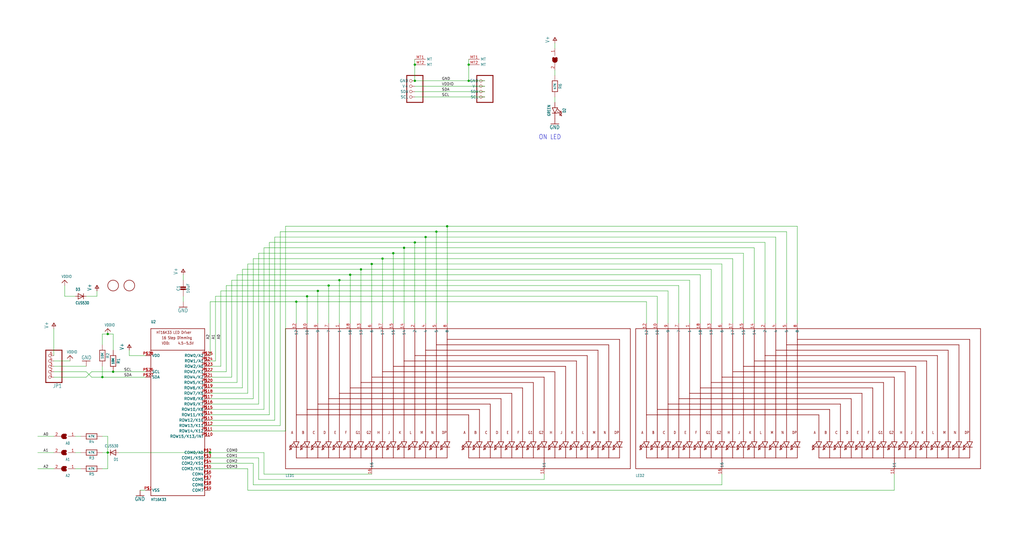
<source format=kicad_sch>
(kicad_sch (version 20230121) (generator eeschema)
  (paper "User" 482.803 257.835)
  (lib_symbols
    (symbol "working-eagle-import:CAP_CERAMIC0805-NOOUTLINE"
      (property "Reference" "C" (at -2.29 1.25 90))
      (symbol "CAP_CERAMIC0805-NOOUTLINE_1_0"
        (pin passive line (at 0 5.08 270) (length 2.54) (name "1") (number "1"))
        (pin passive line (at 0 -2.54 90) (length 2.54) (name "2") (number "2"))
      )
    )
    (symbol "working-eagle-import:DIODESOD-323F"
      (property "Reference" "D" (at -2.54 2.54 0))
      (symbol "DIODESOD-323F_1_0"
        (pin passive line (at -2.54 0 0) (length 2.54) (name "A") (number "A"))
        (pin passive line (at 2.54 0 180) (length 2.54) (name "C") (number "C"))
      )
    )
    (symbol "working-eagle-import:DISP_SEGMENT_STARBURST_DUAL_COMMONCATHODE"
      (property "Reference" "LED" (at -81.28 38.1 0))
      (symbol "DISP_SEGMENT_STARBURST_DUAL_COMMONCATHODE_1_0"
        (text "A" (at -78.74 17.78 0) (effects (font (size 1.27 1.0795)) (justify left bottom)))
        (text "A" (at 2.54 17.78 0) (effects (font (size 1.27 1.0795)) (justify left bottom)))
        (text "B" (at -73.66 17.78 0) (effects (font (size 1.27 1.0795)) (justify left bottom)))
        (text "B" (at 7.62 17.78 0) (effects (font (size 1.27 1.0795)) (justify left bottom)))
        (text "C" (at -68.58 17.78 0) (effects (font (size 1.27 1.0795)) (justify left bottom)))
        (text "C" (at 12.7 17.78 0) (effects (font (size 1.27 1.0795)) (justify left bottom)))
        (text "D" (at -63.5 17.78 0) (effects (font (size 1.27 1.0795)) (justify left bottom)))
        (text "D" (at 17.78 17.78 0) (effects (font (size 1.27 1.0795)) (justify left bottom)))
        (text "DP" (at -7.62 17.78 0) (effects (font (size 1.27 1.0795)) (justify left bottom)))
        (text "DP" (at 73.66 17.78 0) (effects (font (size 1.27 1.0795)) (justify left bottom)))
        (text "E" (at -58.42 17.78 0) (effects (font (size 1.27 1.0795)) (justify left bottom)))
        (text "E" (at 22.86 17.78 0) (effects (font (size 1.27 1.0795)) (justify left bottom)))
        (text "F" (at -53.34 17.78 0) (effects (font (size 1.27 1.0795)) (justify left bottom)))
        (text "F" (at 27.94 17.78 0) (effects (font (size 1.27 1.0795)) (justify left bottom)))
        (text "G1" (at -48.26 17.78 0) (effects (font (size 1.27 1.0795)) (justify left bottom)))
        (text "G1" (at 33.02 17.78 0) (effects (font (size 1.27 1.0795)) (justify left bottom)))
        (text "G2" (at -43.18 17.78 0) (effects (font (size 1.27 1.0795)) (justify left bottom)))
        (text "G2" (at 38.1 17.78 0) (effects (font (size 1.27 1.0795)) (justify left bottom)))
        (text "H" (at -38.1 17.78 0) (effects (font (size 1.27 1.0795)) (justify left bottom)))
        (text "H" (at 43.18 17.78 0) (effects (font (size 1.27 1.0795)) (justify left bottom)))
        (text "J" (at -33.02 17.78 0) (effects (font (size 1.27 1.0795)) (justify left bottom)))
        (text "J" (at 48.26 17.78 0) (effects (font (size 1.27 1.0795)) (justify left bottom)))
        (text "K" (at -27.94 17.78 0) (effects (font (size 1.27 1.0795)) (justify left bottom)))
        (text "K" (at 53.34 17.78 0) (effects (font (size 1.27 1.0795)) (justify left bottom)))
        (text "L" (at -22.86 17.78 0) (effects (font (size 1.27 1.0795)) (justify left bottom)))
        (text "L" (at 58.42 17.78 0) (effects (font (size 1.27 1.0795)) (justify left bottom)))
        (text "M" (at -17.78 17.78 0) (effects (font (size 1.27 1.0795)) (justify left bottom)))
        (text "M" (at 63.5 17.78 0) (effects (font (size 1.27 1.0795)) (justify left bottom)))
        (text "N" (at -12.7 17.78 0) (effects (font (size 1.27 1.0795)) (justify left bottom)))
        (text "N" (at 68.58 17.78 0) (effects (font (size 1.27 1.0795)) (justify left bottom)))
        (pin bidirectional line (at -55.88 -33.02 90) (length 2.54) (name "1") (number "1"))
        (pin bidirectional line (at -71.12 -33.02 90) (length 2.54) (name "10") (number "10"))
        (pin bidirectional line (at 40.64 38.1 270) (length 2.54) (name "11") (number "11"))
        (pin bidirectional line (at -76.2 -33.02 90) (length 2.54) (name "12") (number "12"))
        (pin bidirectional line (at -45.72 -33.02 90) (length 2.54) (name "13") (number "13"))
        (pin bidirectional line (at -25.4 -33.02 90) (length 2.54) (name "14") (number "14"))
        (pin bidirectional line (at -30.48 -33.02 90) (length 2.54) (name "15") (number "15"))
        (pin bidirectional line (at -40.64 38.1 270) (length 2.54) (name "16") (number "16"))
        (pin bidirectional line (at -35.56 -33.02 90) (length 2.54) (name "17") (number "17"))
        (pin bidirectional line (at -50.8 -33.02 90) (length 2.54) (name "18") (number "18"))
        (pin bidirectional line (at -20.32 -33.02 90) (length 2.54) (name "2") (number "2"))
        (pin bidirectional line (at -15.24 -33.02 90) (length 2.54) (name "4") (number "4"))
        (pin bidirectional line (at -10.16 -33.02 90) (length 2.54) (name "5") (number "5"))
        (pin bidirectional line (at -40.64 -33.02 90) (length 2.54) (name "6") (number "6"))
        (pin bidirectional line (at -60.96 -33.02 90) (length 2.54) (name "7") (number "7"))
        (pin bidirectional line (at -5.08 -33.02 90) (length 2.54) (name "8") (number "8"))
        (pin bidirectional line (at -66.04 -33.02 90) (length 2.54) (name "9") (number "9"))
      )
    )
    (symbol "working-eagle-import:FIDUCIAL")
    (symbol "working-eagle-import:GND" (power)
      (property "Value" "GND" (at -2.54 -2.54 0))
      (symbol "GND_1_0"
        (pin power_in line (at 0 2.54 270) (length 2.54) (name "GND") (number "1"))
      )
    )
    (symbol "working-eagle-import:HEADER-1X570MIL"
      (property "Reference" "JP" (at -6.35 8.255 0))
      (symbol "HEADER-1X570MIL_1_0"
        (pin passive inverted (at -2.54 5.08 0) (length 2.54) (name "1") (number "1"))
        (pin passive inverted (at -2.54 2.54 0) (length 2.54) (name "2") (number "2"))
        (pin passive inverted (at -2.54 0 0) (length 2.54) (name "3") (number "3"))
        (pin passive inverted (at -2.54 -2.54 0) (length 2.54) (name "4") (number "4"))
        (pin passive inverted (at -2.54 -5.08 0) (length 2.54) (name "5") (number "5"))
      )
    )
    (symbol "working-eagle-import:HT16K33_SOP28_SKINNY"
      (property "Reference" "U" (at -12.7 40.64 0))
      (symbol "HT16K33_SOP28_SKINNY_1_0"
        (text "16 Step Dimming" (at -7.62 33.02 0) (effects (font (size 1.27 1.0795)) (justify left bottom)))
        (text "4.5-5.5V" (at 0 30.48 0) (effects (font (size 1.27 1.0795)) (justify left bottom)))
        (text "HT16K33 LED Driver" (at -10.16 35.56 0) (effects (font (size 1.27 1.0795)) (justify left bottom)))
        (text "VDD:" (at -7.62 30.48 0) (effects (font (size 1.27 1.0795)) (justify left bottom)))
        (pin bidirectional line (at -15.24 -38.1 0) (length 2.54) (name "VSS") (number "P$1"))
        (pin bidirectional line (at 15.24 -12.7 180) (length 2.54) (name "ROW15/K13/INT") (number "P$10"))
        (pin bidirectional line (at 15.24 -10.16 180) (length 2.54) (name "ROW14/K12") (number "P$11"))
        (pin bidirectional line (at 15.24 -7.62 180) (length 2.54) (name "ROW13/K11") (number "P$12"))
        (pin bidirectional line (at 15.24 -5.08 180) (length 2.54) (name "ROW12/K10") (number "P$13"))
        (pin bidirectional line (at 15.24 -2.54 180) (length 2.54) (name "ROW11/K9") (number "P$14"))
        (pin bidirectional line (at 15.24 0 180) (length 2.54) (name "ROW10/K8") (number "P$15"))
        (pin bidirectional line (at 15.24 2.54 180) (length 2.54) (name "ROW9/K7") (number "P$16"))
        (pin bidirectional line (at 15.24 5.08 180) (length 2.54) (name "ROW8/K6") (number "P$17"))
        (pin bidirectional line (at 15.24 7.62 180) (length 2.54) (name "ROW7/K5") (number "P$18"))
        (pin bidirectional line (at 15.24 10.16 180) (length 2.54) (name "ROW6/K4") (number "P$19"))
        (pin bidirectional line (at 15.24 -20.32 180) (length 2.54) (name "COM0/AD") (number "P$2"))
        (pin bidirectional line (at 15.24 12.7 180) (length 2.54) (name "ROW5/K3") (number "P$20"))
        (pin bidirectional line (at 15.24 15.24 180) (length 2.54) (name "ROW4/K2") (number "P$21"))
        (pin bidirectional line (at 15.24 17.78 180) (length 2.54) (name "ROW3/K1") (number "P$22"))
        (pin bidirectional line (at 15.24 20.32 180) (length 2.54) (name "ROW2/A0") (number "P$23"))
        (pin bidirectional line (at 15.24 22.86 180) (length 2.54) (name "ROW1/A1") (number "P$24"))
        (pin bidirectional line (at 15.24 25.4 180) (length 2.54) (name "ROW0/A2") (number "P$25"))
        (pin bidirectional line (at -15.24 17.78 0) (length 2.54) (name "SCL") (number "P$26"))
        (pin bidirectional line (at -15.24 15.24 0) (length 2.54) (name "SDA") (number "P$27"))
        (pin bidirectional line (at -15.24 25.4 0) (length 2.54) (name "VDD") (number "P$28"))
        (pin bidirectional line (at 15.24 -22.86 180) (length 2.54) (name "COM1/KS0") (number "P$3"))
        (pin bidirectional line (at 15.24 -25.4 180) (length 2.54) (name "COM2/KS1") (number "P$4"))
        (pin bidirectional line (at 15.24 -27.94 180) (length 2.54) (name "COM3/KS2") (number "P$5"))
        (pin bidirectional line (at 15.24 -30.48 180) (length 2.54) (name "COM4") (number "P$6"))
        (pin bidirectional line (at 15.24 -33.02 180) (length 2.54) (name "COM5") (number "P$7"))
        (pin bidirectional line (at 15.24 -35.56 180) (length 2.54) (name "COM6") (number "P$8"))
        (pin bidirectional line (at 15.24 -38.1 180) (length 2.54) (name "COM7") (number "P$9"))
      )
    )
    (symbol "working-eagle-import:LED0603_NOOUTLINE"
      (property "Reference" "D" (at -1.27 4.445 0))
      (symbol "LED0603_NOOUTLINE_1_0"
        (pin passive line (at -5.08 0 0) (length 2.54) (name "A") (number "A"))
        (pin passive line (at 2.54 0 180) (length 2.54) (name "C") (number "C"))
      )
    )
    (symbol "working-eagle-import:RESISTOR_0603_NOOUT"
      (property "Reference" "R" (at 0 2.54 0))
      (symbol "RESISTOR_0603_NOOUT_1_0"
        (pin passive line (at -5.08 0 0) (length 2.54) (name "1") (number "1"))
        (pin passive line (at 5.08 0 180) (length 2.54) (name "2") (number "2"))
      )
    )
    (symbol "working-eagle-import:SOLDERJUMPERCLOSED"
      (property "Reference" "SJ" (at -2.54 2.54 0))
      (symbol "SOLDERJUMPERCLOSED_1_0"
        (pin passive line (at -5.08 0 0) (length 2.54) (name "1") (number "1"))
        (pin passive line (at 5.08 0 180) (length 2.54) (name "2") (number "2"))
      )
    )
    (symbol "working-eagle-import:SOLDERJUMPERREFLOW_NOPASTE"
      (property "Reference" "SJ" (at -2.54 2.54 0))
      (symbol "SOLDERJUMPERREFLOW_NOPASTE_1_0"
        (pin passive line (at -5.08 0 0) (length 2.54) (name "1") (number "1"))
        (pin passive line (at 5.08 0 180) (length 2.54) (name "2") (number "2"))
      )
    )
    (symbol "working-eagle-import:STEMMA_I2C_QTRA"
      (symbol "STEMMA_I2C_QTRA_1_0"
        (pin passive inverted (at 0 5.08 0) (length 2.54) (name "GND") (number "1"))
        (pin passive inverted (at 0 2.54 0) (length 2.54) (name "V+") (number "2"))
        (pin passive inverted (at 0 0 0) (length 2.54) (name "SDA") (number "3"))
        (pin passive inverted (at 0 -2.54 0) (length 2.54) (name "SCL") (number "4"))
      )
      (symbol "STEMMA_I2C_QTRA_2_0"
        (pin bidirectional line (at 0 0 0) (length 5.08) (name "MT") (number "MT1"))
      )
      (symbol "STEMMA_I2C_QTRA_3_0"
        (pin bidirectional line (at 0 0 0) (length 5.08) (name "MT") (number "MT2"))
      )
    )
    (symbol "working-eagle-import:V+" (power)
      (property "Value" "V+" (at -2.54 -2.54 90))
      (symbol "V+_1_0"
        (pin power_in line (at 0 -2.54 90) (length 2.54) (name "V+") (number "1"))
      )
    )
    (symbol "working-eagle-import:VDDIO" (power)
      (property "Value" "VDDIO" (at -1.524 1.016 0))
      (symbol "VDDIO_1_0"
        (pin power_in line (at 0 -2.54 90) (length 2.54) (name "VDDIO") (number "1"))
      )
    )
  )
  (junction (at 205.74 109.22))
  (junction (at 170.18 127))
  (junction (at 165.1 129.54))
  (junction (at 99.06 213.36))
  (junction (at 160.02 132.08))
  (junction (at 50.8 213.36))
  (junction (at 195.58 114.3))
  (junction (at 195.58 38.1))
  (junction (at 180.34 121.92))
  (junction (at 149.86 137.16))
  (junction (at 210.82 106.68))
  (junction (at 175.26 124.46))
  (junction (at 48.26 177.8))
  (junction (at 220.98 38.1))
  (junction (at 144.78 139.7))
  (junction (at 190.5 116.84))
  (junction (at 185.42 119.38))
  (junction (at 200.66 111.76))
  (junction (at 220.98 30.48))
  (junction (at 53.34 175.26))
  (junction (at 50.8 157.48))
  (junction (at 154.94 134.62))
  (junction (at 195.58 30.48))
  (junction (at 139.7 142.24))
  (wire (pts (xy 304.8 142.24) (xy 304.8 152.4)) (stroke (width 0.1524)))
  (wire (pts (xy 99.06 177.8) (xy 109.22 177.8)) (stroke (width 0.1524)))
  (wire (pts (xy 350.52 119.38) (xy 350.52 152.4)) (stroke (width 0.1524)))
  (wire (pts (xy 66.04 231.14) (xy 68.58 231.14)) (stroke (width 0.1524)))
  (wire (pts (xy 261.62 20.32) (xy 261.62 22.86)) (stroke (width 0.1524)))
  (wire (pts (xy 43.18 175.26) (xy 40.64 177.8)) (stroke (width 0.1524)))
  (wire (pts (xy 99.06 193.04) (xy 124.46 193.04)) (stroke (width 0.1524)))
  (wire (pts (xy 175.26 124.46) (xy 340.36 124.46)) (stroke (width 0.1524)))
  (wire (pts (xy 114.3 182.88) (xy 114.3 127)) (stroke (width 0.1524)))
  (wire (pts (xy 132.08 109.22) (xy 205.74 109.22)) (stroke (width 0.1524)))
  (wire (pts (xy 121.92 119.38) (xy 185.42 119.38)) (stroke (width 0.1524)))
  (wire (pts (xy 124.46 116.84) (xy 190.5 116.84)) (stroke (width 0.1524)))
  (wire (pts (xy 119.38 228.6) (xy 340.36 228.6)) (stroke (width 0.1524)))
  (wire (pts (xy 121.92 215.9) (xy 121.92 226.06)) (stroke (width 0.1524)))
  (wire (pts (xy 375.92 106.68) (xy 375.92 152.4)) (stroke (width 0.1524)))
  (wire (pts (xy 119.38 187.96) (xy 119.38 121.92)) (stroke (width 0.1524)))
  (wire (pts (xy 25.4 167.64) (xy 25.4 154.94)) (stroke (width 0.1524)))
  (wire (pts (xy 40.64 172.72) (xy 25.4 172.72)) (stroke (width 0.1524)))
  (wire (pts (xy 101.6 139.7) (xy 144.78 139.7)) (stroke (width 0.1524)))
  (wire (pts (xy 43.18 177.8) (xy 48.26 177.8)) (stroke (width 0.1524)))
  (wire (pts (xy 256.54 226.06) (xy 256.54 223.52)) (stroke (width 0.1524)))
  (wire (pts (xy 106.68 175.26) (xy 106.68 134.62)) (stroke (width 0.1524)))
  (wire (pts (xy 261.62 48.26) (xy 261.62 45.72)) (stroke (width 0.1524)))
  (wire (pts (xy 330.2 129.54) (xy 330.2 152.4)) (stroke (width 0.1524)))
  (wire (pts (xy 139.7 142.24) (xy 304.8 142.24)) (stroke (width 0.1524)))
  (wire (pts (xy 25.4 220.98) (xy 17.78 220.98)) (stroke (width 0.1524)))
  (wire (pts (xy 55.88 213.36) (xy 99.06 213.36)) (stroke (width 0.1524)))
  (wire (pts (xy 33.02 170.18) (xy 25.4 170.18)) (stroke (width 0.1524)))
  (wire (pts (xy 99.06 172.72) (xy 104.14 172.72)) (stroke (width 0.1524)))
  (wire (pts (xy 48.26 220.98) (xy 50.8 220.98)) (stroke (width 0.1524)))
  (wire (pts (xy 45.72 137.16) (xy 45.72 139.7)) (stroke (width 0.1524)))
  (wire (pts (xy 127 114.3) (xy 195.58 114.3)) (stroke (width 0.1524)))
  (wire (pts (xy 261.62 33.02) (xy 261.62 35.56)) (stroke (width 0.1524)))
  (wire (pts (xy 144.78 139.7) (xy 309.88 139.7)) (stroke (width 0.1524)))
  (wire (pts (xy 40.64 175.26) (xy 43.18 177.8)) (stroke (width 0.1524)))
  (wire (pts (xy 360.68 114.3) (xy 360.68 152.4)) (stroke (width 0.1524)))
  (wire (pts (xy 228.6 43.18) (xy 195.58 43.18)) (stroke (width 0.1524)))
  (wire (pts (xy 144.78 139.7) (xy 144.78 152.4)) (stroke (width 0.1524)))
  (wire (pts (xy 205.74 109.22) (xy 370.84 109.22)) (stroke (width 0.1524)))
  (wire (pts (xy 129.54 111.76) (xy 200.66 111.76)) (stroke (width 0.1524)))
  (wire (pts (xy 99.06 195.58) (xy 127 195.58)) (stroke (width 0.1524)))
  (wire (pts (xy 185.42 119.38) (xy 350.52 119.38)) (stroke (width 0.1524)))
  (wire (pts (xy 220.98 38.1) (xy 220.98 30.48)) (stroke (width 0.1524)))
  (wire (pts (xy 17.78 205.74) (xy 25.4 205.74)) (stroke (width 0.1524)))
  (wire (pts (xy 124.46 223.52) (xy 175.26 223.52)) (stroke (width 0.1524)))
  (wire (pts (xy 139.7 142.24) (xy 139.7 152.4)) (stroke (width 0.1524)))
  (wire (pts (xy 48.26 162.56) (xy 48.26 157.48)) (stroke (width 0.1524)))
  (wire (pts (xy 68.58 167.64) (xy 60.96 167.64)) (stroke (width 0.1524)))
  (wire (pts (xy 50.8 220.98) (xy 50.8 213.36)) (stroke (width 0.1524)))
  (wire (pts (xy 340.36 228.6) (xy 340.36 223.52)) (stroke (width 0.1524)))
  (wire (pts (xy 195.58 30.48) (xy 195.58 38.1)) (stroke (width 0.1524)))
  (wire (pts (xy 50.8 157.48) (xy 53.34 157.48)) (stroke (width 0.1524)))
  (wire (pts (xy 421.64 231.14) (xy 421.64 223.52)) (stroke (width 0.1524)))
  (wire (pts (xy 205.74 109.22) (xy 205.74 152.4)) (stroke (width 0.1524)))
  (wire (pts (xy 50.8 213.36) (xy 50.8 205.74)) (stroke (width 0.1524)))
  (wire (pts (xy 195.58 27.94) (xy 195.58 30.48)) (stroke (width 0.1524)))
  (wire (pts (xy 68.58 175.26) (xy 53.34 175.26)) (stroke (width 0.1524)))
  (wire (pts (xy 134.62 106.68) (xy 210.82 106.68)) (stroke (width 0.1524)))
  (wire (pts (xy 309.88 139.7) (xy 309.88 152.4)) (stroke (width 0.1524)))
  (wire (pts (xy 170.18 127) (xy 170.18 152.4)) (stroke (width 0.1524)))
  (wire (pts (xy 86.36 129.54) (xy 86.36 132.08)) (stroke (width 0.1524)))
  (wire (pts (xy 200.66 111.76) (xy 365.76 111.76)) (stroke (width 0.1524)))
  (wire (pts (xy 134.62 203.2) (xy 134.62 106.68)) (stroke (width 0.1524)))
  (wire (pts (xy 185.42 119.38) (xy 185.42 152.4)) (stroke (width 0.1524)))
  (wire (pts (xy 99.06 175.26) (xy 106.68 175.26)) (stroke (width 0.1524)))
  (wire (pts (xy 154.94 134.62) (xy 154.94 152.4)) (stroke (width 0.1524)))
  (wire (pts (xy 38.1 213.36) (xy 35.56 213.36)) (stroke (width 0.1524)))
  (wire (pts (xy 320.04 134.62) (xy 320.04 152.4)) (stroke (width 0.1524)))
  (wire (pts (xy 370.84 109.22) (xy 370.84 152.4)) (stroke (width 0.1524)))
  (wire (pts (xy 200.66 111.76) (xy 200.66 152.4)) (stroke (width 0.1524)))
  (wire (pts (xy 99.06 220.98) (xy 116.84 220.98)) (stroke (width 0.1524)))
  (wire (pts (xy 99.06 198.12) (xy 129.54 198.12)) (stroke (width 0.1524)))
  (wire (pts (xy 99.06 142.24) (xy 139.7 142.24)) (stroke (width 0.1524)))
  (wire (pts (xy 40.64 177.8) (xy 25.4 177.8)) (stroke (width 0.1524)))
  (wire (pts (xy 149.86 137.16) (xy 149.86 152.4)) (stroke (width 0.1524)))
  (wire (pts (xy 180.34 121.92) (xy 180.34 152.4)) (stroke (width 0.1524)))
  (wire (pts (xy 160.02 132.08) (xy 160.02 152.4)) (stroke (width 0.1524)))
  (wire (pts (xy 116.84 231.14) (xy 421.64 231.14)) (stroke (width 0.1524)))
  (wire (pts (xy 38.1 220.98) (xy 35.56 220.98)) (stroke (width 0.1524)))
  (wire (pts (xy 48.26 177.8) (xy 48.26 172.72)) (stroke (width 0.1524)))
  (wire (pts (xy 68.58 177.8) (xy 48.26 177.8)) (stroke (width 0.1524)))
  (wire (pts (xy 124.46 193.04) (xy 124.46 116.84)) (stroke (width 0.1524)))
  (wire (pts (xy 99.06 213.36) (xy 124.46 213.36)) (stroke (width 0.1524)))
  (wire (pts (xy 228.6 40.64) (xy 195.58 40.64)) (stroke (width 0.1524)))
  (wire (pts (xy 45.72 139.7) (xy 40.64 139.7)) (stroke (width 0.1524)))
  (wire (pts (xy 210.82 106.68) (xy 210.82 152.4)) (stroke (width 0.1524)))
  (wire (pts (xy 119.38 121.92) (xy 180.34 121.92)) (stroke (width 0.1524)))
  (wire (pts (xy 165.1 129.54) (xy 165.1 152.4)) (stroke (width 0.1524)))
  (wire (pts (xy 25.4 175.26) (xy 40.64 175.26)) (stroke (width 0.1524)))
  (wire (pts (xy 30.48 139.7) (xy 30.48 134.62)) (stroke (width 0.1524)))
  (wire (pts (xy 116.84 124.46) (xy 175.26 124.46)) (stroke (width 0.1524)))
  (wire (pts (xy 99.06 187.96) (xy 119.38 187.96)) (stroke (width 0.1524)))
  (wire (pts (xy 99.06 182.88) (xy 114.3 182.88)) (stroke (width 0.1524)))
  (wire (pts (xy 365.76 111.76) (xy 365.76 152.4)) (stroke (width 0.1524)))
  (wire (pts (xy 111.76 129.54) (xy 165.1 129.54)) (stroke (width 0.1524)))
  (wire (pts (xy 86.36 142.24) (xy 86.36 139.7)) (stroke (width 0.1524)))
  (wire (pts (xy 101.6 170.18) (xy 101.6 139.7)) (stroke (width 0.1524)))
  (wire (pts (xy 160.02 132.08) (xy 325.12 132.08)) (stroke (width 0.1524)))
  (wire (pts (xy 119.38 218.44) (xy 119.38 228.6)) (stroke (width 0.1524)))
  (wire (pts (xy 195.58 114.3) (xy 360.68 114.3)) (stroke (width 0.1524)))
  (wire (pts (xy 210.82 106.68) (xy 375.92 106.68)) (stroke (width 0.1524)))
  (wire (pts (xy 121.92 190.5) (xy 121.92 119.38)) (stroke (width 0.1524)))
  (wire (pts (xy 124.46 213.36) (xy 124.46 223.52)) (stroke (width 0.1524)))
  (wire (pts (xy 127 195.58) (xy 127 114.3)) (stroke (width 0.1524)))
  (wire (pts (xy 104.14 172.72) (xy 104.14 137.16)) (stroke (width 0.1524)))
  (wire (pts (xy 109.22 132.08) (xy 160.02 132.08)) (stroke (width 0.1524)))
  (wire (pts (xy 180.34 121.92) (xy 345.44 121.92)) (stroke (width 0.1524)))
  (wire (pts (xy 99.06 185.42) (xy 116.84 185.42)) (stroke (width 0.1524)))
  (wire (pts (xy 99.06 203.2) (xy 134.62 203.2)) (stroke (width 0.1524)))
  (wire (pts (xy 165.1 129.54) (xy 330.2 129.54)) (stroke (width 0.1524)))
  (wire (pts (xy 48.26 213.36) (xy 50.8 213.36)) (stroke (width 0.1524)))
  (wire (pts (xy 220.98 30.48) (xy 220.98 27.94)) (stroke (width 0.1524)))
  (wire (pts (xy 99.06 167.64) (xy 99.06 142.24)) (stroke (width 0.1524)))
  (wire (pts (xy 190.5 116.84) (xy 190.5 152.4)) (stroke (width 0.1524)))
  (wire (pts (xy 60.96 167.64) (xy 60.96 165.1)) (stroke (width 0.1524)))
  (wire (pts (xy 104.14 137.16) (xy 149.86 137.16)) (stroke (width 0.1524)))
  (wire (pts (xy 99.06 190.5) (xy 121.92 190.5)) (stroke (width 0.1524)))
  (wire (pts (xy 48.26 205.74) (xy 50.8 205.74)) (stroke (width 0.1524)))
  (wire (pts (xy 53.34 175.26) (xy 43.18 175.26)) (stroke (width 0.1524)))
  (wire (pts (xy 149.86 137.16) (xy 314.96 137.16)) (stroke (width 0.1524)))
  (wire (pts (xy 132.08 200.66) (xy 132.08 109.22)) (stroke (width 0.1524)))
  (wire (pts (xy 114.3 127) (xy 170.18 127)) (stroke (width 0.1524)))
  (wire (pts (xy 220.98 38.1) (xy 195.58 38.1)) (stroke (width 0.1524)))
  (wire (pts (xy 355.6 116.84) (xy 355.6 152.4)) (stroke (width 0.1524)))
  (wire (pts (xy 190.5 116.84) (xy 355.6 116.84)) (stroke (width 0.1524)))
  (wire (pts (xy 340.36 124.46) (xy 340.36 152.4)) (stroke (width 0.1524)))
  (wire (pts (xy 38.1 205.74) (xy 35.56 205.74)) (stroke (width 0.1524)))
  (wire (pts (xy 25.4 213.36) (xy 17.78 213.36)) (stroke (width 0.1524)))
  (wire (pts (xy 175.26 124.46) (xy 175.26 152.4)) (stroke (width 0.1524)))
  (wire (pts (xy 121.92 226.06) (xy 256.54 226.06)) (stroke (width 0.1524)))
  (wire (pts (xy 195.58 114.3) (xy 195.58 152.4)) (stroke (width 0.1524)))
  (wire (pts (xy 129.54 198.12) (xy 129.54 111.76)) (stroke (width 0.1524)))
  (wire (pts (xy 111.76 180.34) (xy 111.76 129.54)) (stroke (width 0.1524)))
  (wire (pts (xy 228.6 38.1) (xy 220.98 38.1)) (stroke (width 0.1524)))
  (wire (pts (xy 325.12 132.08) (xy 325.12 152.4)) (stroke (width 0.1524)))
  (wire (pts (xy 99.06 200.66) (xy 132.08 200.66)) (stroke (width 0.1524)))
  (wire (pts (xy 109.22 177.8) (xy 109.22 132.08)) (stroke (width 0.1524)))
  (wire (pts (xy 48.26 157.48) (xy 50.8 157.48)) (stroke (width 0.1524)))
  (wire (pts (xy 314.96 137.16) (xy 314.96 152.4)) (stroke (width 0.1524)))
  (wire (pts (xy 154.94 134.62) (xy 320.04 134.62)) (stroke (width 0.1524)))
  (wire (pts (xy 99.06 218.44) (xy 119.38 218.44)) (stroke (width 0.1524)))
  (wire (pts (xy 116.84 220.98) (xy 116.84 231.14)) (stroke (width 0.1524)))
  (wire (pts (xy 106.68 134.62) (xy 154.94 134.62)) (stroke (width 0.1524)))
  (wire (pts (xy 335.28 127) (xy 335.28 152.4)) (stroke (width 0.1524)))
  (wire (pts (xy 53.34 157.48) (xy 53.34 165.1)) (stroke (width 0.1524)))
  (wire (pts (xy 99.06 180.34) (xy 111.76 180.34)) (stroke (width 0.1524)))
  (wire (pts (xy 228.6 45.72) (xy 195.58 45.72)) (stroke (width 0.1524)))
  (wire (pts (xy 99.06 170.18) (xy 101.6 170.18)) (stroke (width 0.1524)))
  (wire (pts (xy 345.44 121.92) (xy 345.44 152.4)) (stroke (width 0.1524)))
  (wire (pts (xy 35.56 139.7) (xy 30.48 139.7)) (stroke (width 0.1524)))
  (wire (pts (xy 116.84 185.42) (xy 116.84 124.46)) (stroke (width 0.1524)))
  (wire (pts (xy 170.18 127) (xy 335.28 127)) (stroke (width 0.1524)))
  (wire (pts (xy 99.06 215.9) (xy 121.92 215.9)) (stroke (width 0.1524)))
  (text "ON LED" (at 254 66.04 0) (effects (font (size 2.1844 1.8567)) (justify left bottom)))
  (label "A2" (at 22.86 220.98 180) (effects (font (size 1.2446 1.2446))))
  (label "SCL" (at 208.28 45.72 0) (effects (font (size 1.2446 1.2446))))
  (label "SCL" (at 58.42 175.26 0) (effects (font (size 1.2446 1.2446))))
  (label "COM1" (at 106.68 215.9 0) (effects (font (size 1.2446 1.2446))))
  (label "A1" (at 22.86 213.36 180) (effects (font (size 1.2446 1.2446))))
  (label "A0" (at 104.14 160.02 90) (effects (font (size 1.2446 1.2446))))
  (label "SDA" (at 58.42 177.8 0) (effects (font (size 1.2446 1.2446))))
  (label "COM2" (at 106.68 218.44 0) (effects (font (size 1.2446 1.2446))))
  (label "COM0" (at 106.68 213.36 0) (effects (font (size 1.2446 1.2446))))
  (label "A0" (at 22.86 205.74 180) (effects (font (size 1.2446 1.2446))))
  (label "A1" (at 101.6 160.02 90) (effects (font (size 1.2446 1.2446))))
  (label "SDA" (at 208.28 43.18 0) (effects (font (size 1.2446 1.2446))))
  (label "GND" (at 208.28 38.1 0) (effects (font (size 1.2446 1.2446))))
  (label "COM3" (at 106.68 220.98 0) (effects (font (size 1.2446 1.2446))))
  (label "A2" (at 99.06 160.02 90) (effects (font (size 1.2446 1.2446))))
  (label "VDDIO" (at 208.28 40.64 0) (effects (font (size 1.2446 1.2446))))
  (symbol (lib_id "working-eagle-import:SOLDERJUMPERCLOSED") (at 261.62 27.94 270) (unit 1)
    (property "Reference" "LEDJMP0" (effects hide))
    (property "Value" "SOLDERJUMPERCLOSED" (effects hide))
    (property "Footprint" "working:SOLDERJUMPER_CLOSEDWIRE" (effects hide))
  )
  (symbol (lib_id "working-eagle-import:CAP_CERAMIC0805-NOOUTLINE") (at 86.36 137.16 0) (unit 1)
    (property "Reference" "C1" (at 84.07 135.91 90))
    (property "Value" "10uF" (at 88.66 135.91 90))
    (property "Footprint" "working:0805-NO" (effects hide))
  )
  (symbol (lib_id "working-eagle-import:GND") (at 40.64 170.18 180) (unit 1)
    (property "Reference" "#GND2" (effects hide))
    (property "Value" "GND" (at 43.18 167.64 0) (effects (font (size 1.778 1.5113)) (justify left bottom)))
  )
  (symbol (lib_id "working-eagle-import:SOLDERJUMPERREFLOW_NOPASTE") (at 30.48 220.98 180) (unit 1)
    (property "Reference" "A2" (at 33.02 223.52 0) (effects (font (size 1.27 1.0795)) (justify left bottom)))
    (property "Value" "SOLDERJUMPERREFLOW_NOPASTE" (effects hide))
    (property "Footprint" "working:SOLDERJUMPER_REFLOW_NOPASTE" (effects hide))
  )
  (symbol (lib_id "working-eagle-import:STEMMA_I2C_QTRA") (at 228.6 43.18 0) (mirror y) (unit 1)
    (property "Reference" "CONN2" (effects hide))
    (property "Value" "STEMMA_I2C_QTRA" (effects hide))
    (property "Footprint" "working:JST_SH4_RA" (effects hide))
  )
  (symbol (lib_id "working-eagle-import:GND") (at 261.62 58.42 0) (unit 1)
    (property "Reference" "#GND6" (effects hide))
    (property "Value" "GND" (at 259.08 60.96 0) (effects (font (size 1.778 1.5113)) (justify left bottom)))
  )
  (symbol (lib_id "working-eagle-import:STEMMA_I2C_QTRA") (at 195.58 27.94 0) (unit 2)
    (property "Reference" "CONN1" (effects hide))
    (property "Value" "STEMMA_I2C_QTRA" (effects hide))
    (property "Footprint" "working:JST_SH4_RA" (effects hide))
  )
  (symbol (lib_id "working-eagle-import:RESISTOR_0603_NOOUT") (at 43.18 213.36 180) (unit 1)
    (property "Reference" "R3" (at 43.18 215.9 0))
    (property "Value" "47K" (at 43.18 213.36 0) (effects (font (size 1.016 1.016) bold)))
    (property "Footprint" "working:0603-NO" (effects hide))
  )
  (symbol (lib_id "working-eagle-import:STEMMA_I2C_QTRA") (at 195.58 43.18 0) (mirror y) (unit 1)
    (property "Reference" "CONN1" (effects hide))
    (property "Value" "STEMMA_I2C_QTRA" (effects hide))
    (property "Footprint" "working:JST_SH4_RA" (effects hide))
  )
  (symbol (lib_id "working-eagle-import:STEMMA_I2C_QTRA") (at 220.98 30.48 0) (unit 3)
    (property "Reference" "CONN2" (effects hide))
    (property "Value" "STEMMA_I2C_QTRA" (effects hide))
    (property "Footprint" "working:JST_SH4_RA" (effects hide))
  )
  (symbol (lib_id "working-eagle-import:RESISTOR_0603_NOOUT") (at 43.18 220.98 180) (unit 1)
    (property "Reference" "R5" (at 43.18 223.52 0))
    (property "Value" "47K" (at 43.18 220.98 0) (effects (font (size 1.016 1.016) bold)))
    (property "Footprint" "working:0603-NO" (effects hide))
  )
  (symbol (lib_id "working-eagle-import:RESISTOR_0603_NOOUT") (at 48.26 167.64 270) (unit 1)
    (property "Reference" "R2" (at 50.8 167.64 0))
    (property "Value" "10K" (at 48.26 167.64 0) (effects (font (size 1.016 1.016) bold)))
    (property "Footprint" "working:0603-NO" (effects hide))
  )
  (symbol (lib_id "working-eagle-import:HT16K33_SOP28_SKINNY") (at 83.82 193.04 0) (unit 1)
    (property "Reference" "U2" (at 71.12 152.4 0) (effects (font (size 1.27 1.0795)) (justify left bottom)))
    (property "Value" "HT16K33" (at 71.12 236.22 0) (effects (font (size 1.27 1.0795)) (justify left bottom)))
    (property "Footprint" "working:SOP28_300MIL_SKINNY" (effects hide))
  )
  (symbol (lib_id "working-eagle-import:V+") (at 45.72 134.62 0) (unit 1)
    (property "Reference" "#P+2" (effects hide))
    (property "Value" "V+" (at 43.18 137.16 90) (effects (font (size 1.778 1.5113)) (justify left bottom)))
  )
  (symbol (lib_id "working-eagle-import:VDDIO") (at 30.48 132.08 0) (unit 1)
    (property "Reference" "#U$4" (effects hide))
    (property "Value" "VDDIO" (at 28.956 131.064 0) (effects (font (size 1.27 1.0795)) (justify left bottom)))
  )
  (symbol (lib_id "working-eagle-import:LED0603_NOOUTLINE") (at 261.62 53.34 270) (unit 1)
    (property "Reference" "D2" (at 266.065 52.07 0) (effects (font (size 1.27 1.0795))))
    (property "Value" "GREEN" (at 258.826 52.07 0) (effects (font (size 1.27 1.0795))))
    (property "Footprint" "working:CHIPLED_0603_NOOUTLINE" (effects hide))
  )
  (symbol (lib_id "working-eagle-import:FIDUCIAL") (at 53.34 134.62 0) (unit 1)
    (property "Reference" "U$1" (effects hide))
    (property "Value" "FIDUCIAL" (effects hide))
    (property "Footprint" "working:FIDUCIAL_1MM" (effects hide))
  )
  (symbol (lib_id "working-eagle-import:FIDUCIAL") (at 60.96 134.62 0) (unit 1)
    (property "Reference" "U$2" (effects hide))
    (property "Value" "FIDUCIAL" (effects hide))
    (property "Footprint" "working:FIDUCIAL_1MM" (effects hide))
  )
  (symbol (lib_id "working-eagle-import:VDDIO") (at 33.02 167.64 0) (unit 1)
    (property "Reference" "#U$9" (effects hide))
    (property "Value" "VDDIO" (at 31.496 166.624 0) (effects (font (size 1.27 1.0795)) (justify left bottom)))
  )
  (symbol (lib_id "working-eagle-import:HEADER-1X570MIL") (at 22.86 172.72 180) (unit 1)
    (property "Reference" "JP1" (at 29.21 180.975 0) (effects (font (size 1.778 1.5113)) (justify left bottom)))
    (property "Value" "HEADER-1X570MIL" (effects hide))
    (property "Footprint" "working:1X05_ROUND_70" (effects hide))
  )
  (symbol (lib_id "working-eagle-import:RESISTOR_0603_NOOUT") (at 261.62 40.64 270) (unit 1)
    (property "Reference" "R6" (at 264.16 40.64 0))
    (property "Value" "47K" (at 261.62 40.64 0) (effects (font (size 1.016 1.016) bold)))
    (property "Footprint" "working:0603-NO" (effects hide))
  )
  (symbol (lib_id "working-eagle-import:V+") (at 261.62 17.78 0) (unit 1)
    (property "Reference" "#P+5" (effects hide))
    (property "Value" "V+" (at 259.08 20.32 90) (effects (font (size 1.778 1.5113)) (justify left bottom)))
  )
  (symbol (lib_id "working-eagle-import:STEMMA_I2C_QTRA") (at 220.98 27.94 0) (unit 2)
    (property "Reference" "CONN2" (effects hide))
    (property "Value" "STEMMA_I2C_QTRA" (effects hide))
    (property "Footprint" "working:JST_SH4_RA" (effects hide))
  )
  (symbol (lib_id "working-eagle-import:DIODESOD-323F") (at 38.1 139.7 0) (unit 1)
    (property "Reference" "D3" (at 35.56 137.16 0) (effects (font (size 1.27 1.0795)) (justify left bottom)))
    (property "Value" "CUS530" (at 35.56 143.51 0) (effects (font (size 1.27 1.0795)) (justify left bottom)))
    (property "Footprint" "working:SOD-323F" (effects hide))
  )
  (symbol (lib_id "working-eagle-import:STEMMA_I2C_QTRA") (at 195.58 30.48 0) (unit 3)
    (property "Reference" "CONN1" (effects hide))
    (property "Value" "STEMMA_I2C_QTRA" (effects hide))
    (property "Footprint" "working:JST_SH4_RA" (effects hide))
  )
  (symbol (lib_id "working-eagle-import:RESISTOR_0603_NOOUT") (at 53.34 170.18 270) (unit 1)
    (property "Reference" "R1" (at 55.88 170.18 0))
    (property "Value" "10K" (at 53.34 170.18 0) (effects (font (size 1.016 1.016) bold)))
    (property "Footprint" "working:0603-NO" (effects hide))
  )
  (symbol (lib_id "working-eagle-import:V+") (at 60.96 162.56 0) (unit 1)
    (property "Reference" "#P+4" (effects hide))
    (property "Value" "V+" (at 58.42 165.1 90) (effects (font (size 1.778 1.5113)) (justify left bottom)))
  )
  (symbol (lib_id "working-eagle-import:GND") (at 86.36 144.78 0) (unit 1)
    (property "Reference" "#GND3" (effects hide))
    (property "Value" "GND" (at 83.82 147.32 0) (effects (font (size 1.778 1.5113)) (justify left bottom)))
  )
  (symbol (lib_id "working-eagle-import:V+") (at 25.4 152.4 0) (unit 1)
    (property "Reference" "#P+3" (effects hide))
    (property "Value" "V+" (at 22.86 154.94 90) (effects (font (size 1.778 1.5113)) (justify left bottom)))
  )
  (symbol (lib_id "working-eagle-import:DIODESOD-323F") (at 53.34 213.36 180) (unit 1)
    (property "Reference" "D1" (at 55.88 215.9 0) (effects (font (size 1.27 1.0795)) (justify left bottom)))
    (property "Value" "CUS530" (at 55.88 209.55 0) (effects (font (size 1.27 1.0795)) (justify left bottom)))
    (property "Footprint" "working:SOD-323F" (effects hide))
  )
  (symbol (lib_id "working-eagle-import:VDDIO") (at 50.8 154.94 0) (unit 1)
    (property "Reference" "#U$5" (effects hide))
    (property "Value" "VDDIO" (at 49.276 153.924 0) (effects (font (size 1.27 1.0795)) (justify left bottom)))
  )
  (symbol (lib_id "working-eagle-import:RESISTOR_0603_NOOUT") (at 43.18 205.74 180) (unit 1)
    (property "Reference" "R4" (at 43.18 208.28 0))
    (property "Value" "47K" (at 43.18 205.74 0) (effects (font (size 1.016 1.016) bold)))
    (property "Footprint" "working:0603-NO" (effects hide))
  )
  (symbol (lib_id "working-eagle-import:GND") (at 66.04 233.68 0) (unit 1)
    (property "Reference" "#GND5" (effects hide))
    (property "Value" "GND" (at 63.5 236.22 0) (effects (font (size 1.778 1.5113)) (justify left bottom)))
  )
  (symbol (lib_id "working-eagle-import:V+") (at 86.36 127 0) (unit 1)
    (property "Reference" "#P+1" (effects hide))
    (property "Value" "V+" (at 83.82 129.54 90) (effects (font (size 1.778 1.5113)) (justify left bottom)))
  )
  (symbol (lib_id "working-eagle-import:SOLDERJUMPERREFLOW_NOPASTE") (at 30.48 213.36 180) (unit 1)
    (property "Reference" "A1" (at 33.02 215.9 0) (effects (font (size 1.27 1.0795)) (justify left bottom)))
    (property "Value" "SOLDERJUMPERREFLOW_NOPASTE" (effects hide))
    (property "Footprint" "working:SOLDERJUMPER_REFLOW_NOPASTE" (effects hide))
  )
  (symbol (lib_id "working-eagle-import:SOLDERJUMPERREFLOW_NOPASTE") (at 30.48 205.74 180) (unit 1)
    (property "Reference" "A0" (at 33.02 208.28 0) (effects (font (size 1.27 1.0795)) (justify left bottom)))
    (property "Value" "SOLDERJUMPERREFLOW_NOPASTE" (effects hide))
    (property "Footprint" "working:SOLDERJUMPER_REFLOW_NOPASTE" (effects hide))
  )
  (symbol (lib_id "working-eagle-import:DISP_SEGMENT_STARBURST_DUAL_COMMONCATHODE") (at 215.9 185.42 0) (mirror x) (unit 1)
    (property "Reference" "LED1" (at 134.62 223.52 0) (effects (font (size 1.27 1.0795)) (justify left bottom)))
    (property "Value" "DISP_SEGMENT_STARBURST_DUAL_COMMONCATHODE" (effects hide))
    (property "Footprint" "working:SEGMENT_STARTBUST_DUAL_KWA-541CBB" (effects hide))
  )
  (symbol (lib_id "working-eagle-import:DISP_SEGMENT_STARBURST_DUAL_COMMONCATHODE") (at 381 185.42 0) (mirror x) (unit 1)
    (property "Reference" "LED2" (at 299.72 223.52 0) (effects (font (size 1.27 1.0795)) (justify left bottom)))
    (property "Value" "DISP_SEGMENT_STARBURST_DUAL_COMMONCATHODE" (effects hide))
    (property "Footprint" "working:SEGMENT_STARTBUST_DUAL_KWA-541CBB" (effects hide))
  )
)
</source>
